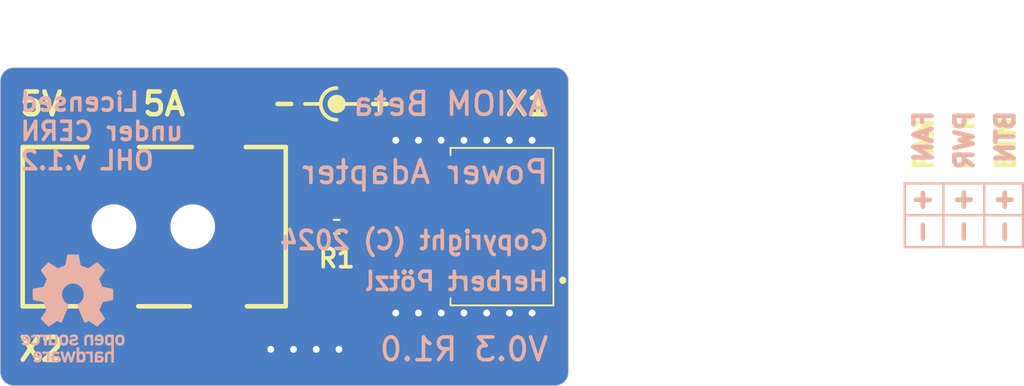
<source format=kicad_pcb>
(kicad_pcb (version 20221018) (generator pcbnew)
  (layers (0 "F.Cu" signal "Front") (31 "B.Cu" signal "Back") (34 "B.Paste" user) (35 "F.Paste" user) (36 "B.SilkS" user "B.Silkscreen") (37 "F.SilkS" user "F.Silkscreen") (38 "B.Mask" user) (39 "F.Mask" user) (44 "Edge.Cuts" user))
  (net 0 "")
  (net 1 "VCC")
  (net 2 "GND")
  (net 3 "Net-(X2-3)")
  (net 4 "Net-(X1-3_1)")
  (footprint "PARTS:FC68148S_2" (layer "F.Cu") (at 79.502 96.012 -90)
    (fp_text reference "X2" (at 6.858 4.064) (layer "F.SilkS") (effects (font (size 1.27 1.27) (thickness 0.254))))
    (fp_text value "FC68148S" hide)
    (fp_line (start -4.45 -9.6) (end -4.45 -7.368) (stroke (width 0.254)) (layer "F.SilkS"))
    (fp_line (start -4.45 -9.6) (end 4.45 -9.6) (stroke (width 0.254)) (layer "F.SilkS"))
    (fp_line (start -4.45 -1.40567) (end -4.45 -4.353) (stroke (width 0.254)) (layer "F.SilkS"))
    (fp_line (start -4.45 5.1) (end -4.45 1.47433) (stroke (width 0.254)) (layer "F.SilkS"))
    (fp_line (start 4.45 -9.6) (end 4.45 -7.43567) (stroke (width 0.254)) (layer "F.SilkS"))
    (fp_line (start 4.45 -1.36067) (end 4.45 -4.24067) (stroke (width 0.254)) (layer "F.SilkS"))
    (fp_line (start 4.45 5.1) (end -4.45 5.1) (stroke (width 0.254)) (layer "F.SilkS"))
    (fp_line (start 4.45 5.1) (end 4.45 1.54167) (stroke (width 0.254)) (layer "F.SilkS"))
    (pad "" np_thru_hole circle (at 0 -4.4 270) (size 2 2) (drill 2) (layers "*.Cu" "*.Mask"))
    (pad "" np_thru_hole circle (at 0 0 270) (size 2 2) (drill 2) (layers "*.Cu" "*.Mask"))
    (pad "1" smd roundrect (at -5.5 0.1) (size 2 3) (layers "F.Cu" "F.Paste" "F.Mask") (roundrect_rratio 0.1) (net 1 "VCC"))
    (pad "2" smd roundrect (at -5.5 -5.9) (size 2 3) (layers "F.Cu" "F.Paste" "F.Mask") (roundrect_rratio 0.1) (net 1 "VCC"))
    (pad "3" smd roundrect (at 5.5 -5.9) (size 2 3) (layers "F.Cu" "F.Paste" "F.Mask") (roundrect_rratio 0.1) (net 2 "GND"))
    (pad "4" smd roundrect (at 5.5 0.1) (size 2 3) (layers "F.Cu" "F.Paste" "F.Mask") (roundrect_rratio 0.1) (net 3 "Net-(X2-3)"))
  )
  (footprint "Resistor_SMD:R_0402_1005Metric" (layer "F.Cu") (at 91.95 96.012)
    (fp_text reference "R1" (at -0.002 1.778) (layer "F.SilkS") (effects (font (size 1.016 1.016) (thickness 0.2032))))
    (fp_text value "R" hide)
    (fp_line (start -0.153641 -0.38) (end 0.153641 -0.38) (stroke (width 0.12)) (layer "F.SilkS"))
    (fp_line (start -0.153641 0.38) (end 0.153641 0.38) (stroke (width 0.12)) (layer "F.SilkS"))
    (pad "1" smd roundrect (at -0.51 0) (size 0.54 0.64) (layers "F.Cu" "F.Paste" "F.Mask") (net 3 "Net-(X2-3)"))
    (pad "2" smd roundrect (at 0.51 0) (size 0.54 0.64) (layers "F.Cu" "F.Paste" "F.Mask") (net 4 "Net-(X1-3_1)"))
  )
  (footprint "PARTS:2027060543" (layer "F.Cu") (at 100.584 96.012 180)
    (fp_text reference "X1" (at -2.032 6.858 180) (layer "F.SilkS") (effects (font (size 1.27 1.27) (thickness 0.254))))
    (fp_text value "202706-0543" hide)
    (fp_line (start -4 -3.1) (end -4 -3.1) (stroke (width 0.2)) (layer "F.SilkS"))
    (fp_line (start -4 -2.9) (end -4 -2.9) (stroke (width 0.2)) (layer "F.SilkS"))
    (fp_line (start -3.475 -4.4) (end -3.475 4.4) (stroke (width 0.1)) (layer "F.SilkS"))
    (fp_line (start -3.475 4.4) (end 2.275 4.4) (stroke (width 0.1)) (layer "F.SilkS"))
    (fp_line (start 2.275 -4.4) (end -3.475 -4.4) (stroke (width 0.1)) (layer "F.SilkS"))
    (fp_line (start 2.275 -4) (end 2.275 -4.4) (stroke (width 0.1)) (layer "F.SilkS"))
    (fp_line (start 2.275 4.4) (end 2.275 4) (stroke (width 0.1)) (layer "F.SilkS"))
    (fp_arc (start -4 -3.1) (mid -3.9 -3) (end -4 -2.9) (stroke (width 0.2)) (layer "F.SilkS"))
    (fp_arc (start -4 -2.9) (mid -4.1 -3) (end -4 -3.1) (stroke (width 0.2)) (layer "F.SilkS"))
    (pad "1" smd roundrect (at -0.425 -3 270) (size 0.85 3.55) (layers "F.Cu" "F.Paste" "F.Mask") (roundrect_rratio 0.1) (net 2 "GND"))
    (pad "2" smd roundrect (at -0.425 -1.5 270) (size 0.85 3.55) (layers "F.Cu" "F.Paste" "F.Mask") (roundrect_rratio 0.1) (net 1 "VCC"))
    (pad "3" smd roundrect (at -0.425 0 270) (size 0.85 3.55) (layers "F.Cu" "F.Paste" "F.Mask") (roundrect_rratio 0.1) (net 4 "Net-(X1-3_1)"))
    (pad "4" smd roundrect (at -0.425 1.5 270) (size 0.85 3.55) (layers "F.Cu" "F.Paste" "F.Mask") (roundrect_rratio 0.1) (net 1 "VCC"))
    (pad "5" smd roundrect (at -0.425 3 270) (size 0.85 3.55) (layers "F.Cu" "F.Paste" "F.Mask") (roundrect_rratio 0.1) (net 2 "GND"))
    (pad "6" smd roundrect (at 3.475 -3 270) (size 0.85 2.65) (layers "F.Cu" "F.Paste" "F.Mask") (roundrect_rratio 0.1) (net 2 "GND"))
    (pad "7" smd roundrect (at 3.475 -1.5 270) (size 0.85 2.65) (layers "F.Cu" "F.Paste" "F.Mask") (roundrect_rratio 0.1) (net 1 "VCC"))
    (pad "8" smd roundrect (at 3.475 0 270) (size 0.85 2.65) (layers "F.Cu" "F.Paste" "F.Mask") (roundrect_rratio 0.1) (net 4 "Net-(X1-3_1)"))
    (pad "9" smd roundrect (at 3.475 1.5 270) (size 0.85 2.65) (layers "F.Cu" "F.Paste" "F.Mask") (roundrect_rratio 0.1) (net 1 "VCC"))
    (pad "10" smd roundrect (at 3.475 3 270) (size 0.85 2.65) (layers "F.Cu" "F.Paste" "F.Mask") (roundrect_rratio 0.1) (net 2 "GND"))
  )
  (footprint "Symbol:OSHW-Logo_5.7x6mm_SilkScreen" (layer "B.Cu") (at 77.216 100.584 180)
    (fp_text reference "REF**" hide)
    (fp_text value "OSHW-Logo_5.7x6mm_SilkScreen" hide)
    (fp_poly (pts (xy 1.79946 -1.45803) (xy 1.842711 -1.471245) (xy 1.870558 -1.487941) (xy 1.879629 -1.501145) (xy 1.877132 -1.516797) (xy 1.860931 -1.541385) (xy 1.847232 -1.5588) (xy 1.818992 -1.590283) (xy 1.797775 -1.603529) (xy 1.779688 -1.602664) (xy 1.726035 -1.58901) (xy 1.68663 -1.58963) (xy 1.654632 -1.605104) (xy 1.64389 -1.614161) (xy 1.609505 -1.646027) (xy 1.609505 -2.062179) (xy 1.471188 -2.062179) (xy 1.471188 -1.458614) (xy 1.540347 -1.458614) (xy 1.581869 -1.460256) (xy 1.603291 -1.466087) (xy 1.609502 -1.477461) (xy 1.609505 -1.477798) (xy 1.612439 -1.489713) (xy 1.625704 -1.488159) (xy 1.644084 -1.479563) (xy 1.682046 -1.463568) (xy 1.712872 -1.453945) (xy 1.752536 -1.451478) (xy 1.79946 -1.45803)) (stroke (width 0.01)) (fill solid) (layer "B.SilkS"))
    (fp_poly (pts (xy 1.635255 -2.401486) (xy 1.683595 -2.411015) (xy 1.711114 -2.425125) (xy 1.740064 -2.448568) (xy 1.698876 -2.500571) (xy 1.673482 -2.532064) (xy 1.656238 -2.547428) (xy 1.639102 -2.549776) (xy 1.614027 -2.542217) (xy 1.602257 -2.537941) (xy 1.55427 -2.531631) (xy 1.510324 -2.545156) (xy 1.47806 -2.57571) (xy 1.472819 -2.585452) (xy 1.467112 -2.611258) (xy 1.462706 -2.658817) (xy 1.459811 -2.724758) (xy 1.458631 -2.80571) (xy 1.458614 -2.817226) (xy 1.458614 -3.017822) (xy 1.320297 -3.017822) (xy 1.320297 -2.401683) (xy 1.389456 -2.401683) (xy 1.429333 -2.402725) (xy 1.450107 -2.407358) (xy 1.457789 -2.417849) (xy 1.458614 -2.427745) (xy 1.458614 -2.453806) (xy 1.491745 -2.427745) (xy 1.529735 -2.409965) (xy 1.58077 -2.401174) (xy 1.635255 -2.401486)) (stroke (width 0.01)) (fill solid) (layer "B.SilkS"))
    (fp_poly (pts (xy -0.993356 -2.40302) (xy -0.974539 -2.40866) (xy -0.968473 -2.421053) (xy -0.968218 -2.426647) (xy -0.967129 -2.44223) (xy -0.959632 -2.444676) (xy -0.939381 -2.433993) (xy -0.927351 -2.426694) (xy -0.8894 -2.411063) (xy -0.844072 -2.403334) (xy -0.796544 -2.40274) (xy -0.751995 -2.408513) (xy -0.715602 -2.419884) (xy -0.692543 -2.436088) (xy -0.687996 -2.456355) (xy -0.690291 -2.461843) (xy -0.70702 -2.484626) (xy -0.732963 -2.512647) (xy -0.737655 -2.517177) (xy -0.762383 -2.538005) (xy -0.783718 -2.544735) (xy -0.813555 -2.540038) (xy -0.825508 -2.536917) (xy -0.862705 -2.529421) (xy -0.888859 -2.532792) (xy -0.910946 -2.544681) (xy -0.931178 -2.560635) (xy -0.946079 -2.5807) (xy -0.956434 -2.608702) (xy -0.963029 -2.648467) (xy -0.966649 -2.703823) (xy -0.968078 -2.778594) (xy -0.968218 -2.82374) (xy -0.968218 -3.017822) (xy -1.09396 -3.017822) (xy -1.09396 -2.401683) (xy -1.031089 -2.401683) (xy -0.993356 -2.40302)) (stroke (width 0.01)) (fill solid) (layer "B.SilkS"))
    (fp_poly (pts (xy 0.993367 -1.654342) (xy 0.994555 -1.746563) (xy 0.998897 -1.81661) (xy 1.007558 -1.867381) (xy 1.021704 -1.901772) (xy 1.0425 -1.922679) (xy 1.07111 -1.933) (xy 1.106535 -1.935636) (xy 1.143636 -1.932682) (xy 1.171818 -1.921889) (xy 1.192243 -1.90036) (xy 1.206079 -1.865199) (xy 1.214491 -1.81351) (xy 1.218643 -1.742394) (xy 1.219703 -1.654342) (xy 1.219703 -1.458614) (xy 1.35802 -1.458614) (xy 1.35802 -2.062179) (xy 1.288862 -2.062179) (xy 1.24717 -2.060489) (xy 1.225701 -2.054556) (xy 1.219703 -2.043293) (xy 1.216091 -2.033261) (xy 1.201714 -2.035383) (xy 1.172736 -2.04958) (xy 1.106319 -2.07148) (xy 1.035875 -2.069928) (xy 0.968377 -2.046147) (xy 0.936233 -2.027362) (xy 0.911715 -2.007022) (xy 0.893804 -1.981573) (xy 0.881479 -1.947458) (xy 0.873723 -1.901121) (xy 0.869516 -1.839007) (xy 0.86784 -1.757561) (xy 0.867624 -1.694578) (xy 0.867624 -1.458614) (xy 0.993367 -1.458614) (xy 0.993367 -1.654342)) (stroke (width 0.01)) (fill solid) (layer "B.SilkS"))
    (fp_poly (pts (xy -0.754012 -1.469002) (xy -0.722717 -1.48395) (xy -0.692409 -1.505541) (xy -0.669318 -1.530391) (xy -0.6525 -1.562087) (xy -0.641006 -1.604214) (xy -0.633891 -1.660358) (xy -0.630207 -1.734106) (xy -0.629008 -1.829044) (xy -0.628989 -1.838985) (xy -0.628713 -2.062179) (xy -0.76703 -2.062179) (xy -0.76703 -1.856418) (xy -0.767128 -1.780189) (xy -0.767809 -1.724939) (xy -0.769651 -1.686501) (xy -0.773233 -1.660706) (xy -0.779132 -1.643384) (xy -0.787927 -1.630368) (xy -0.80018 -1.617507) (xy -0.843047 -1.589873) (xy -0.889843 -1.584745) (xy -0.934424 -1.602217) (xy -0.949928 -1.615221) (xy -0.96131 -1.627447) (xy -0.969481 -1.64054) (xy -0.974974 -1.658615) (xy -0.97832 -1.685787) (xy -0.980051 -1.72617) (xy -0.980697 -1.783879) (xy -0.980792 -1.854132) (xy -0.980792 -2.062179) (xy -1.119109 -2.062179) (xy -1.119109 -1.458614) (xy -1.04995 -1.458614) (xy -1.008428 -1.460256) (xy -0.987006 -1.466087) (xy -0.980795 -1.477461) (xy -0.980792 -1.477798) (xy -0.97791 -1.488938) (xy -0.965199 -1.487674) (xy -0.939926 -1.475434) (xy -0.882605 -1.457424) (xy -0.817037 -1.455421) (xy -0.754012 -1.469002)) (stroke (width 0.01)) (fill solid) (layer "B.SilkS"))
    (fp_poly (pts (xy 2.217226 -1.46388) (xy 2.29008 -1.49483) (xy 2.313027 -1.509895) (xy 2.342354 -1.533048) (xy 2.360764 -1.551253) (xy 2.363961 -1.557183) (xy 2.354935 -1.57034) (xy 2.331837 -1.592667) (xy 2.313344 -1.60825) (xy 2.262728 -1.648926) (xy 2.22276 -1.615295) (xy 2.191874 -1.593584) (xy 2.161759 -1.58609) (xy 2.127292 -1.58792) (xy 2.072561 -1.601528) (xy 2.034886 -1.629772) (xy 2.011991 -1.675433) (xy 2.001597 -1.741289) (xy 2.001595 -1.741331) (xy 2.002494 -1.814939) (xy 2.016463 -1.868946) (xy 2.044328 -1.905716) (xy 2.063325 -1.918168) (xy 2.113776 -1.933673) (xy 2.167663 -1.933683) (xy 2.214546 -1.918638) (xy 2.225644 -1.911287) (xy 2.253476 -1.892511) (xy 2.275236 -1.889434) (xy 2.298704 -1.903409) (xy 2.324649 -1.92851) (xy 2.365716 -1.97088) (xy 2.320121 -2.008464) (xy 2.249674 -2.050882) (xy 2.170233 -2.071785) (xy 2.087215 -2.070272) (xy 2.032694 -2.056411) (xy 1.96897 -2.022135) (xy 1.918005 -1.968212) (xy 1.894851 -1.930149) (xy 1.876099 -1.875536) (xy 1.866715 -1.806369) (xy 1.866643 -1.731407) (xy 1.875824 -1.659409) (xy 1.894199 -1.599137) (xy 1.897093 -1.592958) (xy 1.939952 -1.532351) (xy 1.997979 -1.488224) (xy 2.066591 -1.461493) (xy 2.141201 -1.453073) (xy 2.217226 -1.46388)) (stroke (width 0.01)) (fill solid) (layer "B.SilkS"))
    (fp_poly (pts (xy 0.610762 -1.466055) (xy 0.674363 -1.500692) (xy 0.724123 -1.555372) (xy 0.747568 -1.599842) (xy 0.757634 -1.639121) (xy 0.764156 -1.695116) (xy 0.766951 -1.759621) (xy 0.765836 -1.824429) (xy 0.760626 -1.881334) (xy 0.754541 -1.911727) (xy 0.734014 -1.953306) (xy 0.698463 -1.997468) (xy 0.655619 -2.036087) (xy 0.613211 -2.061034) (xy 0.612177 -2.06143) (xy 0.559553 -2.072331) (xy 0.497188 -2.072601) (xy 0.437924 -2.062676) (xy 0.41504 -2.054722) (xy 0.356102 -2.0213) (xy 0.31389 -1.977511) (xy 0.286156 -1.919538) (xy 0.270651 -1.843565) (xy 0.267143 -1.803771) (xy 0.26759 -1.753766) (xy 0.402376 -1.753766) (xy 0.406917 -1.826732) (xy 0.419986 -1.882334) (xy 0.440756 -1.917861) (xy 0.455552 -1.92802) (xy 0.493464 -1.935104) (xy 0.538527 -1.933007) (xy 0.577487 -1.922812) (xy 0.587704 -1.917204) (xy 0.614659 -1.884538) (xy 0.632451 -1.834545) (xy 0.640024 -1.773705) (xy 0.636325 -1.708497) (xy 0.628057 -1.669253) (xy 0.60432 -1.623805) (xy 0.566849 -1.595396) (xy 0.52172 -1.585573) (xy 0.475011 -1.595887) (xy 0.439132 -1.621112) (xy 0.420277 -1.641925) (xy 0.409272 -1.662439) (xy 0.404026 -1.690203) (xy 0.402449 -1.732762) (xy 0.402376 -1.753766) (xy 0.26759 -1.753766) (xy 0.268094 -1.69758) (xy 0.285388 -1.610501) (xy 0.319029 -1.54253) (xy 0.369018 -1.493664) (xy 0.435356 -1.463899) (xy 0.449601 -1.460448) (xy 0.53521 -1.452345) (xy 0.610762 -1.466055)) (stroke (width 0.01)) (fill solid) (layer "B.SilkS"))
    (fp_poly (pts (xy 0.281524 -2.404237) (xy 0.331255 -2.407971) (xy 0.461291 -2.797773) (xy 0.481678 -2.728614) (xy 0.493946 -2.685874) (xy 0.510085 -2.628115) (xy 0.527512 -2.564625) (xy 0.536726 -2.53057) (xy 0.571388 -2.401683) (xy 0.714391 -2.401683) (xy 0.671646 -2.536857) (xy 0.650596 -2.603342) (xy 0.625167 -2.683539) (xy 0.59861 -2.767193) (xy 0.574902 -2.841782) (xy 0.520902 -3.011535) (xy 0.462598 -3.015328) (xy 0.404295 -3.019122) (xy 0.372679 -2.914734) (xy 0.353182 -2.849889) (xy 0.331904 -2.7784) (xy 0.313308 -2.715263) (xy 0.312574 -2.71275) (xy 0.298684 -2.669969) (xy 0.286429 -2.640779) (xy 0.277846 -2.629741) (xy 0.276082 -2.631018) (xy 0.269891 -2.64813) (xy 0.258128 -2.684787) (xy 0.242225 -2.736378) (xy 0.223614 -2.798294) (xy 0.213543 -2.832352) (xy 0.159007 -3.017822) (xy 0.043264 -3.017822) (xy -0.049263 -2.725471) (xy -0.075256 -2.643462) (xy -0.098934 -2.568987) (xy -0.11918 -2.505544) (xy -0.134874 -2.456632) (xy -0.144898 -2.425749) (xy -0.147945 -2.416726) (xy -0.145533 -2.407487) (xy -0.126592 -2.403441) (xy -0.087177 -2.403846) (xy -0.081007 -2.404152) (xy -0.007914 -2.407971) (xy 0.039957 -2.58401) (xy 0.057553 -2.648211) (xy 0.073277 -2.704649) (xy 0.085746 -2.748422) (xy 0.093574 -2.77463) (xy 0.09502 -2.778903) (xy 0.101014 -2.77399) (xy 0.113101 -2.748532) (xy 0.129893 -2.705997) (xy 0.150003 -2.64985) (xy 0.167003 -2.59913) (xy 0.231794 -2.400504) (xy 0.281524 -2.404237)) (stroke (width 0.01)) (fill solid) (layer "B.SilkS"))
    (fp_poly (pts (xy -2.538261 -1.465148) (xy -2.472479 -1.494231) (xy -2.42254 -1.542793) (xy -2.388374 -1.610908) (xy -2.369907 -1.698651) (xy -2.368583 -1.712351) (xy -2.367546 -1.808939) (xy -2.380993 -1.893602) (xy -2.408108 -1.962221) (xy -2.422627 -1.984294) (xy -2.473201 -2.031011) (xy -2.537609 -2.061268) (xy -2.609666 -2.073824) (xy -2.683185 -2.067439) (xy -2.739072 -2.047772) (xy -2.787132 -2.014629) (xy -2.826412 -1.971175) (xy -2.827092 -1.970158) (xy -2.843044 -1.943338) (xy -2.85341 -1.916368) (xy -2.859688 -1.882332) (xy -2.863373 -1.83431) (xy -2.864997 -1.794931) (xy -2.865672 -1.759219) (xy -2.739955 -1.759219) (xy -2.738726 -1.79477) (xy -2.734266 -1.842094) (xy -2.726397 -1.872465) (xy -2.712207 -1.894072) (xy -2.698917 -1.906694) (xy -2.651802 -1.933122) (xy -2.602505 -1.936653) (xy -2.556593 -1.917639) (xy -2.533638 -1.896331) (xy -2.517096 -1.874859) (xy -2.507421 -1.854313) (xy -2.503174 -1.827574) (xy -2.50292 -1.787523) (xy -2.504228 -1.750638) (xy -2.507043 -1.697947) (xy -2.511505 -1.663772) (xy -2.519548 -1.64148) (xy -2.533103 -1.624442) (xy -2.543845 -1.614703) (xy -2.588777 -1.589123) (xy -2.637249 -1.587847) (xy -2.677894 -1.602999) (xy -2.712567 -1.634642) (xy -2.733224 -1.68662) (xy -2.739955 -1.759219) (xy -2.865672 -1.759219) (xy -2.866479 -1.716621) (xy -2.863948 -1.658056) (xy -2.856362 -1.614007) (xy -2.842681 -1.579248) (xy -2.821865 -1.548551) (xy -2.814147 -1.539436) (xy -2.765889 -1.494021) (xy -2.714128 -1.467493) (xy -2.650828 -1.456379) (xy -2.619961 -1.455471) (xy -2.538261 -1.465148)) (stroke (width 0.01)) (fill solid) (layer "B.SilkS"))
    (fp_poly (pts (xy -0.201188 -3.017822) (xy -0.270346 -3.017822) (xy -0.310488 -3.016645) (xy -0.331394 -3.011772) (xy -0.338922 -3.001186) (xy -0.339505 -2.994029) (xy -0.340774 -2.979676) (xy -0.348779 -2.976923) (xy -0.369815 -2.985771) (xy -0.386173 -2.994029) (xy -0.448977 -3.013597) (xy -0.517248 -3.014729) (xy -0.572752 -3.000135) (xy -0.624438 -2.964877) (xy -0.663838 -2.912835) (xy -0.685413 -2.85145) (xy -0.685962 -2.848018) (xy -0.689167 -2.810571) (xy -0.690761 -2.756813) (xy -0.690633 -2.716155) (xy -0.553279 -2.716155) (xy -0.550097 -2.770194) (xy -0.542859 -2.814735) (xy -0.53306 -2.839888) (xy -0.495989 -2.87426) (xy -0.451974 -2.886582) (xy -0.406584 -2.876618) (xy -0.367797 -2.846895) (xy -0.353108 -2.826905) (xy -0.344519 -2.80305) (xy -0.340496 -2.76823) (xy -0.339505 -2.71593) (xy -0.341278 -2.664139) (xy -0.345963 -2.618634) (xy -0.352603 -2.588181) (xy -0.35371 -2.585452) (xy -0.380491 -2.553) (xy -0.419579 -2.535183) (xy -0.463315 -2.532306) (xy -0.504038 -2.544674) (xy -0.534087 -2.572593) (xy -0.537204 -2.578148) (xy -0.546961 -2.612022) (xy -0.552277 -2.660728) (xy -0.553279 -2.716155) (xy -0.690633 -2.716155) (xy -0.690568 -2.69554) (xy -0.689664 -2.662563) (xy -0.683514 -2.580981) (xy -0.670733 -2.51973) (xy -0.649471 -2.474449) (xy -0.617878 -2.440779) (xy -0.587207 -2.421014) (xy -0.544354 -2.40712) (xy -0.491056 -2.402354) (xy -0.43648 -2.406236) (xy -0.389792 -2.418282) (xy -0.365124 -2.432693) (xy -0.339505 -2.455878) (xy -0.339505 -2.162773) (xy -0.201188 -2.162773) (xy -0.201188 -3.017822)) (stroke (width 0.01)) (fill solid) (layer "B.SilkS"))
    (fp_poly (pts (xy 2.677898 -1.456457) (xy 2.710096 -1.464279) (xy 2.771825 -1.492921) (xy 2.82461 -1.536667) (xy 2.861141 -1.589117) (xy 2.86616 -1.600893) (xy 2.873045 -1.63174) (xy 2.877864 -1.677371) (xy 2.879505 -1.723492) (xy 2.879505 -1.810693) (xy 2.697178 -1.810693) (xy 2.621979 -1.810978) (xy 2.569003 -1.812704) (xy 2.535325 -1.817181) (xy 2.51802 -1.82572) (xy 2.514163 -1.83963) (xy 2.520829 -1.860222) (xy 2.53277 -1.884315) (xy 2.56608 -1.924525) (xy 2.612368 -1.944558) (xy 2.668944 -1.943905) (xy 2.733031 -1.922101) (xy 2.788417 -1.895193) (xy 2.834375 -1.931532) (xy 2.880333 -1.967872) (xy 2.837096 -2.007819) (xy 2.779374 -2.045563) (xy 2.708386 -2.06832) (xy 2.632029 -2.074688) (xy 2.558199 -2.063268) (xy 2.546287 -2.059393) (xy 2.481399 -2.025506) (xy 2.43313 -1.974986) (xy 2.400465 -1.906325) (xy 2.382385 -1.818014) (xy 2.382175 -1.816121) (xy 2.380556 -1.719878) (xy 2.3871 -1.685542) (xy 2.514852 -1.685542) (xy 2.526584 -1.690822) (xy 2.558438 -1.694867) (xy 2.605397 -1.697176) (xy 2.635154 -1.697525) (xy 2.690648 -1.697306) (xy 2.725346 -1.695916) (xy 2.743601 -1.692251) (xy 2.749766 -1.68521) (xy 2.748195 -1.67369) (xy 2.746878 -1.669233) (xy 2.724382 -1.627355) (xy 2.689003 -1.593604) (xy 2.65778 -1.578773) (xy 2.616301 -1.579668) (xy 2.574269 -1.598164) (xy 2.539012 -1.628786) (xy 2.517854 -1.666062) (xy 2.514852 -1.685542) (xy 2.3871 -1.685542) (xy 2.39669 -1.635229) (xy 2.428698 -1.564191) (xy 2.474701 -1.508779) (xy 2.532821 -1.471009) (xy 2.60118 -1.452896) (xy 2.677898 -1.456457)) (stroke (width 0.01)) (fill solid) (layer "B.SilkS"))
    (fp_poly (pts (xy 0.014017 -1.456452) (xy 0.061634 -1.465482) (xy 0.111034 -1.48437) (xy 0.116312 -1.486777) (xy 0.153774 -1.506476) (xy 0.179717 -1.524781) (xy 0.188103 -1.536508) (xy 0.180117 -1.555632) (xy 0.16072 -1.58385) (xy 0.15211 -1.594384) (xy 0.116628 -1.635847) (xy 0.070885 -1.608858) (xy 0.02735 -1.590878) (xy -0.02295 -1.581267) (xy -0.071188 -1.58066) (xy -0.108533 -1.589691) (xy -0.117495 -1.595327) (xy -0.134563 -1.621171) (xy -0.136637 -1.650941) (xy -0.123866 -1.674197) (xy -0.116312 -1.678708) (xy -0.093675 -1.684309) (xy -0.053885 -1.690892) (xy -0.004834 -1.697183) (xy 0.004215 -1.69817) (xy 0.082996 -1.711798) (xy 0.140136 -1.734946) (xy 0.17803 -1.769752) (xy 0.199079 -1.818354) (xy 0.205635 -1.877718) (xy 0.196577 -1.945198) (xy 0.167164 -1.998188) (xy 0.117278 -2.036783) (xy 0.0468 -2.061081) (xy -0.031435 -2.070667) (xy -0.095234 -2.070552) (xy -0.146984 -2.061845) (xy -0.182327 -2.049825) (xy -0.226983 -2.02888) (xy -0.268253 -2.004574) (xy -0.282921 -1.993876) (xy -0.320643 -1.963084) (xy -0.275148 -1.917049) (xy -0.229653 -1.871013) (xy -0.177928 -1.905243) (xy -0.126048 -1.930952) (xy -0.070649 -1.944399) (xy -0.017395 -1.945818) (xy 0.028049 -1.935443) (xy 0.060016 -1.913507) (xy 0.070338 -1.894998) (xy 0.068789 -1.865314) (xy 0.04314 -1.842615) (xy -0.00654 -1.82694) (xy -0.060969 -1.819695) (xy -0.144736 -1.805873) (xy -0.206967 -1.779796) (xy -0.248493 -1.740699) (xy -0.270147 -1.68782) (xy -0.273147 -1.625126) (xy -0.258329 -1.559642) (xy -0.224546 -1.510144) (xy -0.171495 -1.476408) (xy -0.098874 -1.458207) (xy -0.045072 -1.454639) (xy 0.014017 -1.456452)) (stroke (width 0.01)) (fill solid) (layer "B.SilkS"))
    (fp_poly (pts (xy 2.032581 -2.40497) (xy 2.092685 -2.420597) (xy 2.143021 -2.452848) (xy 2.167393 -2.47694) (xy 2.207345 -2.533895) (xy 2.230242 -2.599965) (xy 2.238108 -2.681182) (xy 2.238148 -2.687748) (xy 2.238218 -2.753763) (xy 1.858264 -2.753763) (xy 1.866363 -2.788342) (xy 1.880987 -2.819659) (xy 1.906581 -2.852291) (xy 1.911935 -2.8575) (xy 1.957943 -2.885694) (xy 2.01041 -2.890475) (xy 2.070803 -2.871926) (xy 2.08104 -2.866931) (xy 2.112439 -2.851745) (xy 2.13347 -2.843094) (xy 2.137139 -2.842293) (xy 2.149948 -2.850063) (xy 2.174378 -2.869072) (xy 2.186779 -2.87946) (xy 2.212476 -2.903321) (xy 2.220915 -2.919077) (xy 2.215058 -2.933571) (xy 2.211928 -2.937534) (xy 2.190725 -2.954879) (xy 2.155738 -2.975959) (xy 2.131337 -2.988265) (xy 2.062072 -3.009946) (xy 1.985388 -3.016971) (xy 1.912765 -3.008647) (xy 1.892426 -3.002686) (xy 1.829476 -2.968952) (xy 1.782815 -2.917045) (xy 1.752173 -2.846459) (xy 1.737282 -2.756692) (xy 1.735647 -2.709753) (xy 1.740421 -2.641413) (xy 1.86099 -2.641413) (xy 1.872652 -2.646465) (xy 1.903998 -2.650429) (xy 1.949571 -2.652768) (xy 1.980446 -2.653169) (xy 2.035981 -2.652783) (xy 2.071033 -2.650975) (xy 2.090262 -2.646773) (xy 2.09833 -2.639203) (xy 2.099901 -2.628218) (xy 2.089121 -2.594381) (xy 2.06198 -2.56094) (xy 2.026277 -2.535272) (xy 1.99056 -2.524772) (xy 1.942048 -2.534086) (xy 1.900053 -2.561013) (xy 1.870936 -2.599827) (xy 1.86099 -2.641413) (xy 1.740421 -2.641413) (xy 1.742599 -2.610236) (xy 1.764055 -2.530949) (xy 1.80047 -2.471263) (xy 1.852297 -2.430549) (xy 1.91999 -2.408179) (xy 1.956662 -2.403871) (xy 2.032581 -2.40497)) (stroke (width 0.01)) (fill solid) (layer "B.SilkS"))
    (fp_poly (pts (xy -1.356699 -1.472614) (xy -1.344168 -1.478514) (xy -1.300799 -1.510283) (xy -1.25979 -1.556646) (xy -1.229168 -1.607696) (xy -1.220459 -1.631166) (xy -1.212512 -1.673091) (xy -1.207774 -1.723757) (xy -1.207199 -1.744679) (xy -1.207129 -1.810693) (xy -1.587083 -1.810693) (xy -1.578983 -1.845273) (xy -1.559104 -1.88617) (xy -1.524347 -1.921514) (xy -1.482998 -1.944282) (xy -1.456649 -1.94901) (xy -1.420916 -1.943273) (xy -1.378282 -1.928882) (xy -1.363799 -1.922262) (xy -1.31024 -1.895513) (xy -1.264533 -1.930376) (xy -1.238158 -1.953955) (xy -1.224124 -1.973417) (xy -1.223414 -1.979129) (xy -1.235951 -1.992973) (xy -1.263428 -2.014012) (xy -1.288366 -2.030425) (xy -1.355664 -2.05993) (xy -1.43111 -2.073284) (xy -1.505888 -2.069812) (xy -1.565495 -2.051663) (xy -1.626941 -2.012784) (xy -1.670608 -1.961595) (xy -1.697926 -1.895367) (xy -1.710322 -1.811371) (xy -1.711421 -1.772936) (xy -1.707022 -1.684861) (xy -1.706482 -1.682299) (xy -1.580582 -1.682299) (xy -1.577115 -1.690558) (xy -1.562863 -1.695113) (xy -1.53347 -1.697065) (xy -1.484575 -1.697517) (xy -1.465748 -1.697525) (xy -1.408467 -1.696843) (xy -1.372141 -1.694364) (xy -1.352604 -1.689443) (xy -1.34569 -1.681434) (xy -1.345445 -1.678862) (xy -1.353336 -1.658423) (xy -1.373085 -1.629789) (xy -1.381575 -1.619763) (xy -1.413094 -1.591408) (xy -1.445949 -1.580259) (xy -1.463651 -1.579327) (xy -1.511539 -1.590981) (xy -1.551699 -1.622285) (xy -1.577173 -1.667752) (xy -1.577625 -1.669233) (xy -1.580582 -1.682299) (xy -1.706482 -1.682299) (xy -1.692392 -1.61551) (xy -1.666038 -1.560025) (xy -1.633807 -1.520639) (xy -1.574217 -1.477931) (xy -1.504168 -1.455109) (xy -1.429661 -1.453046) (xy -1.356699 -1.472614)) (stroke (width 0.01)) (fill solid) (layer "B.SilkS"))
    (fp_poly (pts (xy 1.038411 -2.405417) (xy 1.091411 -2.41829) (xy 1.106731 -2.42511) (xy 1.136428 -2.442974) (xy 1.15922 -2.463093) (xy 1.176083 -2.488962) (xy 1.187998 -2.524073) (xy 1.195942 -2.57192) (xy 1.200894 -2.635996) (xy 1.203831 -2.719794) (xy 1.204947 -2.775768) (xy 1.209052 -3.017822) (xy 1.138932 -3.017822) (xy 1.096393 -3.016038) (xy 1.074476 -3.009942) (xy 1.068812 -2.999706) (xy 1.065821 -2.988637) (xy 1.052451 -2.990754) (xy 1.034233 -2.999629) (xy 0.988624 -3.013233) (xy 0.930007 -3.016899) (xy 0.868354 -3.010903) (xy 0.813638 -2.995521) (xy 0.80873 -2.993386) (xy 0.758723 -2.958255) (xy 0.725756 -2.909419) (xy 0.710587 -2.852333) (xy 0.711746 -2.831824) (xy 0.835508 -2.831824) (xy 0.846413 -2.859425) (xy 0.878745 -2.879204) (xy 0.93091 -2.889819) (xy 0.958787 -2.891228) (xy 1.005247 -2.88762) (xy 1.036129 -2.873597) (xy 1.043664 -2.866931) (xy 1.064076 -2.830666) (xy 1.068812 -2.797773) (xy 1.068812 -2.753763) (xy 1.007513 -2.753763) (xy 0.936256 -2.757395) (xy 0.886276 -2.768818) (xy 0.854696 -2.788824) (xy 0.847626 -2.797743) (xy 0.835508 -2.831824) (xy 0.711746 -2.831824) (xy 0.713971 -2.792456) (xy 0.736663 -2.735244) (xy 0.767624 -2.69658) (xy 0.786376 -2.679864) (xy 0.804733 -2.668878) (xy 0.828619 -2.66218) (xy 0.863957 -2.658326) (xy 0.916669 -2.655873) (xy 0.937577 -2.655168) (xy 1.068812 -2.650879) (xy 1.06862 -2.611158) (xy 1.063537 -2.569405) (xy 1.045162 -2.544158) (xy 1.008039 -2.52803) (xy 1.007043 -2.527742) (xy 0.95441 -2.5214) (xy 0.902906 -2.529684) (xy 0.86463 -2.549827) (xy 0.849272 -2.559773) (xy 0.83273 -2.558397) (xy 0.807275 -2.543987) (xy 0.792328 -2.533817) (xy 0.763091 -2.512088) (xy 0.74498 -2.4958) (xy 0.742074 -2.491137) (xy 0.75404 -2.467005) (xy 0.789396 -2.438185) (xy 0.804753 -2.428461) (xy 0.848901 -2.411714) (xy 0.908398 -2.402227) (xy 0.974487 -2.400095) (xy 1.038411 -2.405417)) (stroke (width 0.01)) (fill solid) (layer "B.SilkS"))
    (fp_poly (pts (xy -1.38421 -2.406555) (xy -1.325055 -2.422339) (xy -1.280023 -2.450948) (xy -1.248246 -2.488419) (xy -1.238366 -2.504411) (xy -1.231073 -2.521163) (xy -1.225974 -2.542592) (xy -1.222679 -2.572616) (xy -1.220797 -2.615154) (xy -1.219937 -2.674122) (xy -1.219707 -2.75344) (xy -1.219703 -2.774484) (xy -1.219703 -3.017822) (xy -1.280059 -3.017822) (xy -1.318557 -3.015126) (xy -1.347023 -3.008295) (xy -1.354155 -3.004083) (xy -1.373652 -2.996813) (xy -1.393566 -3.004083) (xy -1.426353 -3.01316) (xy -1.473978 -3.016813) (xy -1.526764 -3.015228) (xy -1.575036 -3.008589) (xy -1.603218 -3.000072) (xy -1.657753 -2.965063) (xy -1.691835 -2.916479) (xy -1.707157 -2.851882) (xy -1.707299 -2.850223) (xy -1.705955 -2.821566) (xy -1.584356 -2.821566) (xy -1.573726 -2.854161) (xy -1.55641 -2.872505) (xy -1.521652 -2.886379) (xy -1.475773 -2.891917) (xy -1.428988 -2.889191) (xy -1.391514 -2.878274) (xy -1.381015 -2.871269) (xy -1.362668 -2.838904) (xy -1.35802 -2.802111) (xy -1.35802 -2.753763) (xy -1.427582 -2.753763) (xy -1.493667 -2.75885) (xy -1.543764 -2.773263) (xy -1.574929 -2.795729) (xy -1.584356 -2.821566) (xy -1.705955 -2.821566) (xy -1.703987 -2.779647) (xy -1.68071 -2.723845) (xy -1.636948 -2.681647) (xy -1.630899 -2.677808) (xy -1.604907 -2.665309) (xy -1.572735 -2.65774) (xy -1.52776 -2.654061) (xy -1.474331 -2.653216) (xy -1.35802 -2.653169) (xy -1.35802 -2.604411) (xy -1.362953 -2.566581) (xy -1.375543 -2.541236) (xy -1.377017 -2.539887) (xy -1.405034 -2.5288) (xy -1.447326 -2.524503) (xy -1.494064 -2.526615) (xy -1.535418 -2.534756) (xy -1.559957 -2.546965) (xy -1.573253 -2.556746) (xy -1.587294 -2.558613) (xy -1.606671 -2.5506) (xy -1.635976 -2.530739) (xy -1.679803 -2.497063) (xy -1.683825 -2.493909) (xy -1.681764 -2.482236) (xy -1.664568 -2.462822) (xy -1.638433 -2.441248) (xy -1.609552 -2.423096) (xy -1.600478 -2.418809) (xy -1.56738 -2.410256) (xy -1.51888 -2.404155) (xy -1.464695 -2.401708) (xy -1.462161 -2.401703) (xy -1.38421 -2.406555)) (stroke (width 0.01)) (fill solid) (layer "B.SilkS"))
    (fp_poly (pts (xy -1.908759 -1.469184) (xy -1.882247 -1.482282) (xy -1.849553 -1.505106) (xy -1.825725 -1.529996) (xy -1.809406 -1.561249) (xy -1.79924 -1.603166) (xy -1.793872 -1.660044) (xy -1.791944 -1.736184) (xy -1.791831 -1.768917) (xy -1.792161 -1.840656) (xy -1.793527 -1.891927) (xy -1.7965 -1.927404) (xy -1.801649 -1.951763) (xy -1.809543 -1.96968) (xy -1.817757 -1.981902) (xy -1.870187 -2.033905) (xy -1.93193 -2.065184) (xy -1.998536 -2.074592) (xy -2.065558 -2.06098) (xy -2.086792 -2.051354) (xy -2.137624 -2.024859) (xy -2.137624 -2.440052) (xy -2.100525 -2.420868) (xy -2.051643 -2.406025) (xy -1.991561 -2.402222) (xy -1.931564 -2.409243) (xy -1.886256 -2.425013) (xy -1.848675 -2.455047) (xy -1.816564 -2.498024) (xy -1.81415 -2.502436) (xy -1.803967 -2.523221) (xy -1.79653 -2.54417) (xy -1.791411 -2.569548) (xy -1.788181 -2.603618) (xy -1.786413 -2.650641) (xy -1.785677 -2.714882) (xy -1.785544 -2.787176) (xy -1.785544 -3.017822) (xy -1.923861 -3.017822) (xy -1.923861 -2.592533) (xy -1.962549 -2.559979) (xy -2.002738 -2.53394) (xy -2.040797 -2.529205) (xy -2.079066 -2.541389) (xy -2.099462 -2.55332) (xy -2.114642 -2.570313) (xy -2.125438 -2.595995) (xy -2.132683 -2.633991) (xy -2.137208 -2.687926) (xy -2.139844 -2.761425) (xy -2.140772 -2.810347) (xy -2.143911 -3.011535) (xy -2.209926 -3.015336) (xy -2.27594 -3.019136) (xy -2.27594 -1.77065) (xy -2.137624 -1.77065) (xy -2.134097 -1.840254) (xy -2.122215 -1.888569) (xy -2.10002 -1.918631) (xy -2.065559 -1.933471) (xy -2.030742 -1.936436) (xy -1.991329 -1.933028) (xy -1.965171 -1.919617) (xy -1.948814 -1.901896) (xy -1.935937 -1.882835) (xy -1.928272 -1.861601) (xy -1.924861 -1.831849) (xy -1.924749 -1.787236) (xy -1.925897 -1.74988) (xy -1.928532 -1.693604) (xy -1.932456 -1.656658) (xy -1.939063 -1.633223) (xy -1.949749 -1.61748) (xy -1.959833 -1.60838) (xy -2.00197 -1.588537) (xy -2.05184 -1.585332) (xy -2.080476 -1.592168) (xy -2.108828 -1.616464) (xy -2.127609 -1.663728) (xy -2.136712 -1.733624) (xy -2.137624 -1.77065) (xy -2.27594 -1.77065) (xy -2.27594 -1.458614) (xy -2.206782 -1.458614) (xy -2.16526 -1.460256) (xy -2.143838 -1.466087) (xy -2.137626 -1.477461) (xy -2.137624 -1.477798) (xy -2.134742 -1.488938) (xy -2.12203 -1.487673) (xy -2.096757 -1.475433) (xy -2.037869 -1.456707) (xy -1.971615 -1.454739) (xy -1.908759 -1.469184)) (stroke (width 0.01)) (fill solid) (layer "B.SilkS"))
    (fp_poly (pts (xy 0.376964 2.709982) (xy 0.433812 2.40843) (xy 0.853338 2.235488) (xy 1.104984 2.406605) (xy 1.175458 2.45425) (xy 1.239163 2.49679) (xy 1.293126 2.532285) (xy 1.334373 2.55879) (xy 1.359934 2.574364) (xy 1.366895 2.577722) (xy 1.379435 2.569086) (xy 1.406231 2.545208) (xy 1.44428 2.509141) (xy 1.490579 2.463933) (xy 1.542123 2.412636) (xy 1.595909 2.358299) (xy 1.648935 2.303972) (xy 1.698195 2.252705) (xy 1.740687 2.207549) (xy 1.773407 2.171554) (xy 1.793351 2.14777) (xy 1.798119 2.13981) (xy 1.791257 2.125135) (xy 1.77202 2.092986) (xy 1.74243 2.046508) (xy 1.70451 1.988844) (xy 1.660282 1.92314) (xy 1.634654 1.885664) (xy 1.587941 1.817232) (xy 1.546432 1.75548) (xy 1.51214 1.703481) (xy 1.48708 1.664308) (xy 1.473264 1.641035) (xy 1.471188 1.636145) (xy 1.475895 1.622245) (xy 1.488723 1.58985) (xy 1.507738 1.543515) (xy 1.531003 1.487794) (xy 1.556584 1.427242) (xy 1.582545 1.366414) (xy 1.60695 1.309864) (xy 1.627863 1.262148) (xy 1.643349 1.227819) (xy 1.651472 1.211432) (xy 1.651952 1.210788) (xy 1.664707 1.207659) (xy 1.698677 1.200679) (xy 1.75034 1.190533) (xy 1.816176 1.177908) (xy 1.892664 1.163491) (xy 1.93729 1.155177) (xy 2.019021 1.139616) (xy 2.092843 1.124808) (xy 2.155021 1.111564) (xy 2.201822 1.100695) (xy 2.229509 1.093011) (xy 2.235074 1.090573) (xy 2.240526 1.07407) (xy 2.244924 1.0368) (xy 2.248272 0.98312) (xy 2.250574 0.917388) (xy 2.251832 0.843963) (xy 2.252048 0.767204) (xy 2.251227 0.691468) (xy 2.249371 0.621114) (xy 2.246482 0.5605) (xy 2.242565 0.513984) (xy 2.237622 0.485925) (xy 2.234657 0.480084) (xy 2.216934 0.473083) (xy 2.179381 0.463073) (xy 2.126964 0.451231) (xy 2.064652 0.438733) (xy 2.0429 0.43469) (xy 1.938024 0.41548) (xy 1.85518 0.400009) (xy 1.79163 0.387663) (xy 1.744637 0.377827) (xy 1.711463 0.369886) (xy 1.689371 0.363224) (xy 1.675624 0.357227) (xy 1.667484 0.351281) (xy 1.666345 0.350106) (xy 1.654977 0.331174) (xy 1.637635 0.294331) (xy 1.61605 0.244087) (xy 1.591954 0.184954) (xy 1.567079 0.121444) (xy 1.543157 0.058068) (xy 1.521919 -0.000662) (xy 1.505097 -0.050235) (xy 1.494422 -0.086139) (xy 1.491627 -0.103862) (xy 1.49186 -0.104483) (xy 1.501331 -0.11897) (xy 1.522818 -0.150844) (xy 1.554063 -0.196789) (xy 1.592807 -0.253485) (xy 1.636793 -0.317617) (xy 1.649319 -0.335842) (xy 1.693984 -0.401914) (xy 1.733288 -0.4622) (xy 1.765088 -0.513235) (xy 1.787245 -0.55156) (xy 1.797617 -0.573711) (xy 1.798119 -0.576432) (xy 1.789405 -0.590736) (xy 1.765325 -0.619072) (xy 1.728976 -0.658396) (xy 1.683453 -0.705661) (xy 1.631852 -0.757823) (xy 1.577267 -0.811835) (xy 1.522794 -0.864653) (xy 1.471529 -0.913231) (xy 1.426567 -0.954523) (xy 1.391004 -0.985485) (xy 1.367935 -1.00307) (xy 1.361554 -1.005941) (xy 1.346699 -0.999178) (xy 1.316286 -0.980939) (xy 1.275268 -0.954297) (xy 1.243709 -0.932852) (xy 1.186525 -0.893503) (xy 1.118806 -0.847171) (xy 1.05088 -0.800913) (xy 1.014361 -0.776155) (xy 0.890752 -0.692547) (xy 0.786991 -0.74865) (xy 0.73972 -0.773228) (xy 0.699523 -0.792331) (xy 0.672326 -0.803227) (xy 0.665402 -0.804743) (xy 0.657077 -0.793549) (xy 0.640654 -0.761917) (xy 0.617357 -0.712765) (xy 0.588414 -0.64901) (xy 0.55505 -0.573571) (xy 0.518491 -0.489364) (xy 0.479964 -0.399308) (xy 0.440694 -0.306321) (xy 0.401908 -0.21332) (xy 0.36483 -0.123223) (xy 0.330689 -0.038948) (xy 0.300708 0.036587) (xy 0.276116 0.100466) (xy 0.258136 0.149769) (xy 0.247997 0.181579) (xy 0.246366 0.192504) (xy 0.259291 0.206439) (xy 0.287589 0.22906) (xy 0.325346 0.255667) (xy 0.328515 0.257772) (xy 0.4261 0.335886) (xy 0.504786 0.427018) (xy 0.563891 0.528255) (xy 0.602732 0.636682) (xy 0.620628 0.749386) (xy 0.616897 0.863452) (xy 0.590857 0.975966) (xy 0.541825 1.084015) (xy 0.5274 1.107655) (xy 0.452369 1.203113) (xy 0.36373 1.279768) (xy 0.264549 1.33722) (xy 0.157895 1.375071) (xy 0.046836 1.392922) (xy -0.065561 1.390375) (xy -0.176227 1.36703) (xy -0.282094 1.32249) (xy -0.380095 1.256355) (xy -0.41041 1.229513) (xy -0.487562 1.145488) (xy -0.543782 1.057034) (xy -0.582347 0.957885) (xy -0.603826 0.859697) (xy -0.609128 0.749303) (xy -0.591448 0.63836) (xy -0.552581 0.530619) (xy -0.494323 0.429831) (xy -0.418469 0.339744) (xy -0.326817 0.264108) (xy -0.314772 0.256136) (xy -0.276611 0.230026) (xy -0.247601 0.207405) (xy -0.233732 0.192961) (xy -0.233531 0.192504) (xy -0.236508 0.176879) (xy -0.248311 0.141418) (xy -0.267714 0.089038) (xy -0.293488 0.022655) (xy -0.324409 -0.054814) (xy -0.359249 -0.14045) (xy -0.396783 -0.231337) (xy -0.435783 -0.324559) (xy -0.475023 -0.417197) (xy -0.513276 -0.506335) (xy -0.549317 -0.589055) (xy -0.581917 -0.662441) (xy -0.609852 -0.723575) (xy -0.631895 -0.769541) (xy -0.646818 -0.797421) (xy -0.652828 -0.804743) (xy -0.671191 -0.799041) (xy -0.705552 -0.783749) (xy -0.749984 -0.761599) (xy -0.774417 -0.74865) (xy -0.878178 -0.692547) (xy -1.001787 -0.776155) (xy -1.064886 -0.818987) (xy -1.13397 -0.866122) (xy -1.198707 -0.910503) (xy -1.231134 -0.932852) (xy -1.276741 -0.963477) (xy -1.31536 -0.987747) (xy -1.341952 -1.002587) (xy -1.35059 -1.005724) (xy -1.363161 -0.997261) (xy -1.390984 -0.973636) (xy -1.431361 -0.937302) (xy -1.481595 -0.890711) (xy -1.538988 -0.836317) (xy -1.575286 -0.801392) (xy -1.63879 -0.738996) (xy -1.693673 -0.683188) (xy -1.737714 -0.636354) (xy -1.768695 -0.600882) (xy -1.784398 -0.579161) (xy -1.785905 -0.574752) (xy -1.778914 -0.557985) (xy -1.759594 -0.524082) (xy -1.730091 -0.476476) (xy -1.692545 -0.418599) (xy -1.6491 -0.353884) (xy -1.636745 -0.335842) (xy -1.591727 -0.270267) (xy -1.55134 -0.211228) (xy -1.51784 -0.162042) (xy -1.493486 -0.126028) (xy -1.480536 -0.106502) (xy -1.479285 -0.104483) (xy -1.481156 -0.088922) (xy -1.491087 -0.054709) (xy -1.507347 -0.006355) (xy -1.528205 0.051629) (xy -1.551927 0.11473) (xy -1.576784 0.178437) (xy -1.601042 0.238239) (xy -1.622971 0.289624) (xy -1.640838 0.328081) (xy -1.652913 0.349098) (xy -1.653771 0.350106) (xy -1.661154 0.356112) (xy -1.673625 0.362052) (xy -1.69392 0.36854) (xy -1.724778 0.376191) (xy -1.768934 0.38562) (xy -1.829126 0.397441) (xy -1.908093 0.412271) (xy -2.00857 0.430723) (xy -2.030325 0.43469) (xy -2.094802 0.447147) (xy -2.151011 0.459334) (xy -2.193987 0.470074) (xy -2.21876 0.478191) (xy -2.222082 0.480084) (xy -2.227556 0.496862) (xy -2.232006 0.534355) (xy -2.235428 0.588206) (xy -2.237819 0.654056) (xy -2.239177 0.727547) (xy -2.239499 0.80432) (xy -2.238781 0.880017) (xy -2.237021 0.95028) (xy -2.234216 1.01075) (xy -2.230362 1.05707) (xy -2.225457 1.084881) (xy -2.2225 1.090573) (xy -2.206037 1.096314) (xy -2.168551 1.105655) (xy -2.113775 1.117785) (xy -2.045445 1.131893) (xy -1.967294 1.14717) (xy -1.924716 1.155177) (xy -1.843929 1.170279) (xy -1.771887 1.18396) (xy -1.712111 1.195533) (xy -1.668121 1.204313) (xy -1.643439 1.209613) (xy -1.639377 1.210788) (xy -1.632511 1.224035) (xy -1.617998 1.255943) (xy -1.597771 1.301953) (xy -1.573766 1.357508) (xy -1.547918 1.418047) (xy -1.52216 1.479014) (xy -1.498427 1.535849) (xy -1.478654 1.583994) (xy -1.464776 1.61889) (xy -1.458726 1.635979) (xy -1.458614 1.636726) (xy -1.465472 1.650207) (xy -1.484698 1.68123) (xy -1.514272 1.726711) (xy -1.552173 1.783568) (xy -1.59638 1.848717) (xy -1.622079 1.886138) (xy -1.668907 1.954753) (xy -1.710499 2.017048) (xy -1.744825 2.069871) (xy -1.769857 2.110073) (xy -1.783565 2.1345) (xy -1.785544 2.139976) (xy -1.777034 2.152722) (xy -1.753507 2.179937) (xy -1.717968 2.218572) (xy -1.673423 2.265577) (xy -1.622877 2.317905) (xy -1.569336 2.372505) (xy -1.515805 2.42633) (xy -1.465289 2.47633) (xy -1.420794 2.519457) (xy -1.385325 2.552661) (xy -1.361887 2.572894) (xy -1.354046 2.577722) (xy -1.34128 2.570933) (xy -1.310744 2.551858) (xy -1.26541 2.522439) (xy -1.208244 2.484619) (xy -1.142216 2.440339) (xy -1.09241 2.406605) (xy -0.840764 2.235488) (xy -0.631001 2.321959) (xy -0.421237 2.40843) (xy -0.364389 2.709982) (xy -0.30754 3.011534) (xy 0.320115 3.011534) (xy 0.376964 2.709982)) (stroke (width 0.01)) (fill solid) (layer "B.SilkS"))
  )
  (gr_line (start 125.857 93.599) (end 125.857 97.155) (stroke (width 0.127)) (layer "B.SilkS"))
  (gr_rect (start 123.698 93.599) (end 130.302 97.155) (stroke (width 0.127)) (fill none) (layer "B.SilkS"))
  (gr_line (start 130.302 95.377) (end 123.698 95.377) (stroke (width 0.127)) (layer "B.SilkS"))
  (gr_line (start 128.143 93.599) (end 128.143 97.155) (stroke (width 0.127)) (layer "B.SilkS"))
  (gr_rect (start 123.698 93.599) (end 130.302 97.155) (stroke (width 0.127)) (fill none) (layer "F.SilkS"))
  (gr_line (start 88.646 89.154) (end 89.408 89.154) (stroke (width 0.254)) (layer "F.SilkS"))
  (gr_line (start 94.361 89.535) (end 94.361 88.773) (stroke (width 0.254)) (layer "F.SilkS"))
  (gr_line (start 128.143 93.599) (end 128.143 97.155) (stroke (width 0.127)) (layer "F.SilkS"))
  (gr_circle (center 91.948 89.154) (end 91.948 88.646) (fill solid) (layer "F.SilkS"))
  (gr_line (start 125.857 93.599) (end 125.857 97.155) (stroke (width 0.127)) (layer "F.SilkS"))
  (gr_line (start 91.059 89.154) (end 90.17 89.154) (stroke (width 0.2032)) (layer "F.SilkS"))
  (gr_arc (start 91.948 90.043) (mid 91.059 89.154) (end 91.948 88.265) (stroke (width 0.2032)) (layer "F.SilkS"))
  (gr_line (start 123.698 95.377) (end 130.302 95.377) (stroke (width 0.127)) (layer "F.SilkS"))
  (gr_line (start 91.948 89.154) (end 93.218 89.154) (stroke (width 0.2032)) (layer "F.SilkS"))
  (gr_line (start 93.98 89.154) (end 94.742 89.154) (stroke (width 0.254)) (layer "F.SilkS"))
  (gr_arc (start 104.14 87.122) (mid 104.678815 87.345185) (end 104.902 87.884) (stroke (width 0.0381)) (layer "Edge.Cuts"))
  (gr_arc (start 73.152 87.884) (mid 73.375185 87.345185) (end 73.914 87.122) (stroke (width 0.0381)) (layer "Edge.Cuts"))
  (gr_line (start 104.902 87.884) (end 104.902 104.14) (stroke (width 0.0381)) (layer "Edge.Cuts"))
  (gr_arc (start 104.902 104.14) (mid 104.678815 104.678815) (end 104.14 104.902) (stroke (width 0.0381)) (layer "Edge.Cuts"))
  (gr_arc (start 73.914 104.902) (mid 73.375185 104.678815) (end 73.152 104.14) (stroke (width 0.0381)) (layer "Edge.Cuts"))
  (gr_line (start 104.14 104.902) (end 73.914 104.902) (stroke (width 0.0381)) (layer "Edge.Cuts"))
  (gr_line (start 73.914 87.122) (end 104.14 87.122) (stroke (width 0.0381)) (layer "Edge.Cuts"))
  (gr_line (start 73.152 104.14) (end 73.152 87.884) (stroke (width 0.0381)) (layer "Edge.Cuts"))
  (gr_text "+" (at 126.9238 94.5134 90) (layer "B.SilkS") (effects (font (size 1.016 1.016) (thickness 0.254) bold) (justify mirror)))
  (gr_text "BTN\n" (at 129.3114 89.408 90) (layer "B.SilkS") (effects (font (size 1.016 1.016) (thickness 0.254) bold) (justify left mirror)))
  (gr_text "Herbert Pötzl" (at 103.886 99.06) (layer "B.SilkS") (effects (font (size 1.016 1.016) (thickness 0.2032) bold) (justify left mirror)))
  (gr_text "-" (at 126.9238 96.2914 90) (layer "B.SilkS") (effects (font (size 1.016 1.016) (thickness 0.254) bold) (justify mirror)))
  (gr_text "-" (at 124.6378 96.2914 90) (layer "B.SilkS") (effects (font (size 1.016 1.016) (thickness 0.254) bold) (justify mirror)))
  (gr_text "Power Adapter" (at 103.886 92.964) (layer "B.SilkS") (effects (font (size 1.27 1.27) (thickness 0.2032) bold) (justify left mirror)))
  (gr_text "+" (at 129.2098 94.5134 90) (layer "B.SilkS") (effects (font (size 1.016 1.016) (thickness 0.254) bold) (justify mirror)))
  (gr_text "Copyright (C) 2024" (at 103.886 96.774) (layer "B.SilkS") (effects (font (size 1.016 1.016) (thickness 0.2032) bold) (justify left mirror)))
  (gr_text "AXIOM Beta" (at 103.886 89.154) (layer "B.SilkS") (effects (font (size 1.27 1.27) (thickness 0.2032) bold) (justify left mirror)))
  (gr_text "PWR" (at 127.0254 89.408 90) (layer "B.SilkS") (effects (font (size 1.016 1.016) (thickness 0.254) bold) (justify left mirror)))
  (gr_text "-" (at 129.2098 96.2914 90) (layer "B.SilkS") (effects (font (size 1.016 1.016) (thickness 0.254) bold) (justify mirror)))
  (gr_text "FAN\n" (at 124.7394 89.408 90) (layer "B.SilkS") (effects (font (size 1.016 1.016) (thickness 0.254) bold) (justify left mirror)))
  (gr_text "V0.3 R1.0" (at 103.886 102.87) (layer "B.SilkS") (effects (font (size 1.27 1.27) (thickness 0.2032) bold) (justify left mirror)))
  (gr_text "Licensed\nunder CERN\nOHL v.1.2" (at 74.168 90.678) (layer "B.SilkS") (effects (font (size 1.016 1.016) (thickness 0.2032) bold) (justify right mirror)))
  (gr_text "+" (at 124.6378 94.5134 90) (layer "B.SilkS") (effects (font (size 1.016 1.016) (thickness 0.254) bold) (justify mirror)))
  (gr_text "-" (at 129.2098 96.2406 90) (layer "F.SilkS") (effects (font (size 1.016 1.016) (thickness 0.254) bold)))
  (gr_text "+" (at 129.2098 94.4626 90) (layer "F.SilkS") (effects (font (size 1.016 1.016) (thickness 0.254) bold)))
  (gr_text "FAN\n" (at 124.7648 92.964 90) (layer "F.SilkS") (effects (font (size 1.016 1.016) (thickness 0.254) bold) (justify left)))
  (gr_text "+" (at 126.9238 94.4626 90) (layer "F.SilkS") (effects (font (size 1.016 1.016) (thickness 0.254) bold)))
  (gr_text "-" (at 126.9238 96.2406 90) (layer "F.SilkS") (effects (font (size 1.016 1.016) (thickness 0.254) bold)))
  (gr_text "PWR" (at 127.0508 92.964 90) (layer "F.SilkS") (effects (font (size 1.016 1.016) (thickness 0.254) bold) (justify left)))
  (gr_text "5V" (at 75.438 89.154) (layer "F.SilkS") (effects (font (size 1.27 1.27) (thickness 0.254) bold)))
  (gr_text "5A" (at 82.296 89.154) (layer "F.SilkS") (effects (font (size 1.27 1.27) (thickness 0.254) bold)))
  (gr_text "BTN\n" (at 129.3368 92.964 90) (layer "F.SilkS") (effects (font (size 1.016 1.016) (thickness 0.254) bold) (justify left)))
  (via (at 100.33 100.838) (size 0.762) (drill 0.381) (layers "F.Cu" "B.Cu") (net 2))
  (via (at 88.265 102.87) (size 0.762) (drill 0.381) (layers "F.Cu" "B.Cu") (net 2))
  (via (at 97.79 91.186) (size 0.762) (drill 0.381) (layers "F.Cu" "B.Cu") (net 2))
  (via (at 96.52 100.838) (size 0.762) (drill 0.381) (layers "F.Cu" "B.Cu") (net 2))
  (via (at 89.535 102.87) (size 0.762) (drill 0.381) (layers "F.Cu" "B.Cu") (net 2))
  (via (at 95.25 100.838) (size 0.762) (drill 0.381) (layers "F.Cu" "B.Cu") (net 2))
  (via (at 99.06 100.838) (size 0.762) (drill 0.381) (layers "F.Cu" "B.Cu") (net 2))
  (via (at 97.79 100.838) (size 0.762) (drill 0.381) (layers "F.Cu" "B.Cu") (net 2))
  (via (at 96.52 91.186) (size 0.762) (drill 0.381) (layers "F.Cu" "B.Cu") (net 2))
  (via (at 102.87 91.186) (size 0.762) (drill 0.381) (layers "F.Cu" "B.Cu") (net 2))
  (via (at 101.6 91.186) (size 0.762) (drill 0.381) (layers "F.Cu" "B.Cu") (net 2))
  (via (at 100.33 91.186) (size 0.762) (drill 0.381) (layers "F.Cu" "B.Cu") (net 2))
  (via (at 99.06 91.186) (size 0.762) (drill 0.381) (layers "F.Cu" "B.Cu") (net 2))
  (via (at 95.25 91.186) (size 0.762) (drill 0.381) (layers "F.Cu" "B.Cu") (net 2))
  (via (at 90.805 102.87) (size 0.762) (drill 0.381) (layers "F.Cu" "B.Cu") (net 2))
  (via (at 102.87 100.838) (size 0.762) (drill 0.381) (layers "F.Cu" "B.Cu") (net 2))
  (via (at 92.075 102.87) (size 0.762) (drill 0.381) (layers "F.Cu" "B.Cu") (net 2))
  (via (at 101.6 100.838) (size 0.762) (drill 0.381) (layers "F.Cu" "B.Cu") (net 2))
  (segment (start 77.216 94.996) (end 78.486 93.726) (width 0.254) (layer "F.Cu") (net 3))
  (segment (start 77.216 96.974) (end 77.216 94.996) (width 0.254) (layer "F.Cu") (net 3))
  (segment (start 78.486 93.726) (end 85.09 93.726) (width 0.254) (layer "F.Cu") (net 3))
  (segment (start 79.402 101.512) (end 79.402 99.16) (width 0.254) (layer "F.Cu") (net 3))
  (segment (start 79.402 99.16) (end 77.216 96.974) (width 0.254) (layer "F.Cu") (net 3))
  (segment (start 87.376 96.012) (end 91.44 96.012) (width 0.254) (layer "F.Cu") (net 3))
  (segment (start 85.09 93.726) (end 87.376 96.012) (width 0.254) (layer "F.Cu") (net 3))
  (segment (start 97.109 96.012) (end 92.46 96.012) (width 0.254) (layer "F.Cu") (net 4))
  (segment (start 101.009 96.012) (end 97.109 96.012) (width 0.254) (layer "F.Cu") (net 4))
  (zone (net 1) (net_name "VCC") (layer "F.Cu") (name "GND") (connect_pads yes (clearance 0.2)) (min_thickness 0.2) (fill yes (thermal_gap 0.22) (thermal_bridge_width 0.4))
    (polygon (pts (xy 104.902 104.902) (xy 73.152 104.902) (xy 73.152 87.122) (xy 104.902 87.122)))
  )
  (zone (net 2) (net_name "GND") (layer "F.Cu") (name "GND") (priority 2) (connect_pads yes (clearance 0.2)) (min_thickness 0.2) (fill yes (thermal_gap 0.22) (thermal_bridge_width 0.4))
    (polygon (pts (xy 83.82 103.632) (xy 83.82 99.314) (xy 92.837 99.314) (xy 93.726 98.3742) (xy 94.488 101.6) (xy 92.456 103.632)))
  )
  (zone (net 2) (net_name "GND") (layer "F.Cu") (name "GND") (priority 1) (connect_pads yes (clearance 0.2)) (min_thickness 0.2) (fill yes (thermal_gap 0.22) (thermal_bridge_width 0.4))
    (polygon (pts (xy 94.488 90.424) (xy 103.632 90.424) (xy 103.632 93.6498) (xy 94.488 93.6498)))
  )
  (zone (net 2) (net_name "GND") (layer "F.Cu") (name "GND") (priority 1) (connect_pads yes (clearance 0.2)) (min_thickness 0.2) (fill yes (thermal_gap 0.22) (thermal_bridge_width 0.4))
    (polygon (pts (xy 103.632 101.6) (xy 94.488 101.6) (xy 93.726 98.3742) (xy 103.632 98.3742)))
  )
  (zone (net 2) (net_name "GND") (layer "B.Cu") (name "GND") (connect_pads yes (clearance 0.2)) (min_thickness 0.2) (fill yes (thermal_gap 0.22) (thermal_bridge_width 0.4))
    (polygon (pts (xy 104.902 104.902) (xy 73.152 104.902) (xy 73.152 87.122) (xy 104.902 87.122)))
  )
)
</source>
